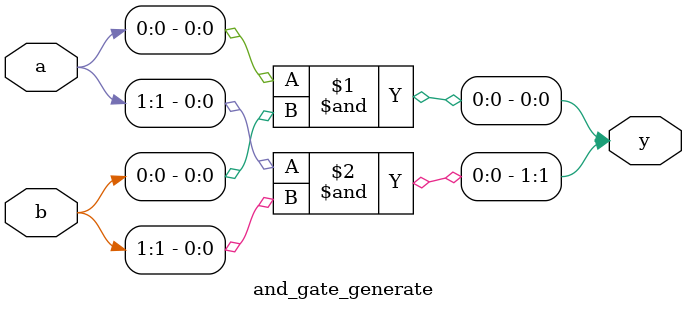
<source format=v>
module and_gate_generate (
    input wire [1:0] a, // 2-bit input vector
    input wire [1:0] b, // 2-bit input vector
    output wire [1:0] y // 2-bit output vector
);
    genvar i;
    generate
        for (i = 0; i < 2; i = i + 1) begin : and_gen
            assign y[i] = a[i] & b[i];
        end
    endgenerate
endmodule

</source>
